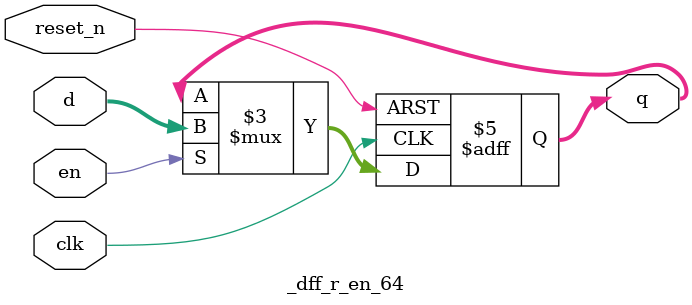
<source format=v>
module _dff_r_en_64(clk, reset_n, en, d, q);
	input clk, reset_n, en;
	input [63:0] d;
	output reg [63:0] q;
	
	// 64 bit flip flop
	always@(posedge clk or negedge reset_n)
	begin
		if(reset_n == 0) q <= 0;
		else if (en) q <= d;
	end
endmodule
	
</source>
